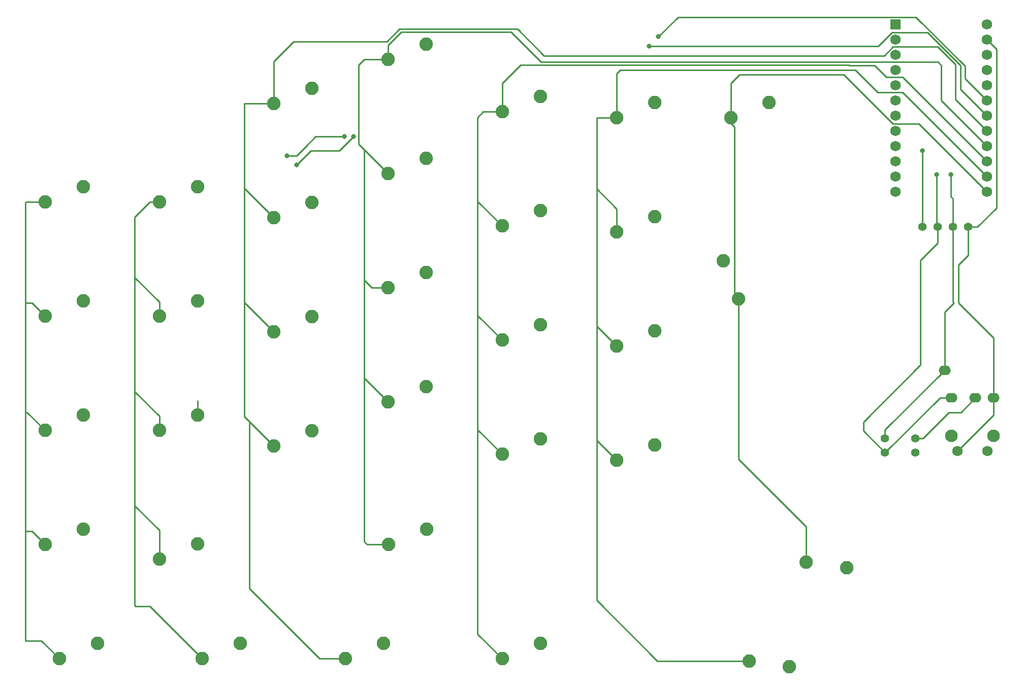
<source format=gtl>
G04 #@! TF.GenerationSoftware,KiCad,Pcbnew,5.1.10*
G04 #@! TF.CreationDate,2021-07-11T16:17:35-04:00*
G04 #@! TF.ProjectId,v02_left,7630325f-6c65-4667-942e-6b696361645f,rev?*
G04 #@! TF.SameCoordinates,Original*
G04 #@! TF.FileFunction,Copper,L1,Top*
G04 #@! TF.FilePolarity,Positive*
%FSLAX46Y46*%
G04 Gerber Fmt 4.6, Leading zero omitted, Abs format (unit mm)*
G04 Created by KiCad (PCBNEW 5.1.10) date 2021-07-11 16:17:35*
%MOMM*%
%LPD*%
G01*
G04 APERTURE LIST*
G04 #@! TA.AperFunction,ComponentPad*
%ADD10C,2.100000*%
G04 #@! TD*
G04 #@! TA.AperFunction,ComponentPad*
%ADD11C,1.750000*%
G04 #@! TD*
G04 #@! TA.AperFunction,ComponentPad*
%ADD12O,2.000000X1.600000*%
G04 #@! TD*
G04 #@! TA.AperFunction,ComponentPad*
%ADD13C,2.250000*%
G04 #@! TD*
G04 #@! TA.AperFunction,ComponentPad*
%ADD14C,1.397000*%
G04 #@! TD*
G04 #@! TA.AperFunction,ComponentPad*
%ADD15R,1.752600X1.752600*%
G04 #@! TD*
G04 #@! TA.AperFunction,ComponentPad*
%ADD16C,1.752600*%
G04 #@! TD*
G04 #@! TA.AperFunction,ViaPad*
%ADD17C,0.800000*%
G04 #@! TD*
G04 #@! TA.AperFunction,Conductor*
%ADD18C,0.250000*%
G04 #@! TD*
G04 APERTURE END LIST*
D10*
X2690000Y-76980000D03*
D11*
X1690000Y-79470000D03*
X-3310000Y-79470000D03*
D10*
X-4320000Y-76980000D03*
D12*
X-345000Y-70582500D03*
X2655000Y-70582500D03*
X-4345000Y-70582500D03*
X-5445000Y-65982500D03*
D13*
X-122872500Y-111601250D03*
X-129222500Y-114141250D03*
X-110966250Y-18923000D03*
X-117316250Y-21463000D03*
X-42386250Y-47688500D03*
X-39846250Y-54038500D03*
X-53816250Y-40386000D03*
X-60166250Y-42926000D03*
X-110966250Y-37973000D03*
X-117316250Y-40513000D03*
X-53816250Y-21336000D03*
X-60166250Y-23876000D03*
D14*
X-15413750Y-77370000D03*
X-10333750Y-77370000D03*
X-10333750Y-79751250D03*
X-15413750Y-79751250D03*
X-1606250Y-42088750D03*
X-4146250Y-42088750D03*
X-6686250Y-42088750D03*
X-9226250Y-42088750D03*
D15*
X-13671250Y-8275000D03*
D16*
X-13671250Y-10815000D03*
X-13671250Y-13355000D03*
X-13671250Y-15895000D03*
X-13671250Y-18435000D03*
X-13671250Y-20975000D03*
X-13671250Y-23515000D03*
X-13671250Y-26055000D03*
X-13671250Y-28595000D03*
X-13671250Y-31135000D03*
X-13671250Y-33675000D03*
X1568750Y-36215000D03*
X1568750Y-33675000D03*
X1568750Y-31135000D03*
X1568750Y-28595000D03*
X1568750Y-26055000D03*
X1568750Y-23515000D03*
X1568750Y-20975000D03*
X1568750Y-18435000D03*
X1568750Y-15895000D03*
X1568750Y-13355000D03*
X1568750Y-10815000D03*
X-13671250Y-36215000D03*
X1568750Y-8275000D03*
D13*
X-31328295Y-115488591D03*
X-38097557Y-114513295D03*
X-72866250Y-111601250D03*
X-79216250Y-114141250D03*
X-91852750Y-92551250D03*
X-98202750Y-95091250D03*
X-99060000Y-111601250D03*
X-105410000Y-114141250D03*
X-146685000Y-111601250D03*
X-153035000Y-114141250D03*
X-21803295Y-98978591D03*
X-28572557Y-98003295D03*
X-53816250Y-78486000D03*
X-60166250Y-81026000D03*
X-72866250Y-77470000D03*
X-79216250Y-80010000D03*
X-91916250Y-68707000D03*
X-98266250Y-71247000D03*
X-110966250Y-76073000D03*
X-117316250Y-78613000D03*
X-130016250Y-94932500D03*
X-136366250Y-97472500D03*
X-149066250Y-92551250D03*
X-155416250Y-95091250D03*
X-53816250Y-59436000D03*
X-60166250Y-61976000D03*
X-72866250Y-58420000D03*
X-79216250Y-60960000D03*
X-91916250Y-49657000D03*
X-98266250Y-52197000D03*
X-110966250Y-57023000D03*
X-117316250Y-59563000D03*
X-130016250Y-73501250D03*
X-136366250Y-76041250D03*
X-149066250Y-73501250D03*
X-155416250Y-76041250D03*
X-72866250Y-39370000D03*
X-79216250Y-41910000D03*
X-91916250Y-30607000D03*
X-98266250Y-33147000D03*
X-130016250Y-54451250D03*
X-136366250Y-56991250D03*
X-149066250Y-54451250D03*
X-155416250Y-56991250D03*
X-34766250Y-21336000D03*
X-41116250Y-23876000D03*
X-72866250Y-20320000D03*
X-79216250Y-22860000D03*
X-91916250Y-11557000D03*
X-98266250Y-14097000D03*
X-130016250Y-35401250D03*
X-136366250Y-37941250D03*
X-149066250Y-35401250D03*
X-155416250Y-37941250D03*
D17*
X-115093750Y-30162500D03*
X-105568750Y-26987500D03*
X-53181250Y-10318750D03*
X-113506250Y-31750000D03*
X-103981250Y-26987500D03*
X-54768750Y-11906250D03*
X-4463750Y-33357500D03*
X-9226250Y-29388750D03*
X-6845000Y-33357500D03*
D18*
X-130016250Y-71120000D02*
X-130016250Y-72390000D01*
X-155416250Y-37941250D02*
X-158591250Y-37941250D01*
X-158591250Y-37941250D02*
X-158750000Y-38100000D01*
X-156051250Y-111125000D02*
X-153035000Y-114141250D01*
X-158750000Y-111125000D02*
X-156051250Y-111125000D01*
X-157638750Y-92868750D02*
X-158750000Y-92868750D01*
X-155416250Y-95091250D02*
X-157638750Y-92868750D01*
X-158750000Y-92868750D02*
X-158750000Y-111125000D01*
X-158432500Y-73025000D02*
X-158750000Y-73025000D01*
X-155416250Y-76041250D02*
X-158432500Y-73025000D01*
X-158750000Y-73025000D02*
X-158750000Y-92868750D01*
X-155416250Y-56991250D02*
X-157638750Y-54768750D01*
X-157638750Y-54768750D02*
X-158750000Y-54768750D01*
X-158750000Y-54768750D02*
X-158750000Y-73025000D01*
X-158750000Y-38100000D02*
X-158750000Y-54768750D01*
X-115093750Y-30162500D02*
X-113506250Y-30162500D01*
X-113506250Y-30162500D02*
X-111918750Y-28575000D01*
X-111918750Y-28575000D02*
X-110331250Y-26987500D01*
X-110331250Y-26987500D02*
X-105568750Y-26987500D01*
X-105568750Y-26987500D02*
X-105568750Y-26987500D01*
X-10267391Y-7073699D02*
X-2082500Y-15258590D01*
X-53181250Y-10318750D02*
X-49916199Y-7053699D01*
X-2082500Y-17323750D02*
X1568750Y-20975000D01*
X-2082500Y-15258590D02*
X-2082500Y-17323750D01*
X-40571301Y-7053699D02*
X-40551301Y-7073699D01*
X-49916199Y-7053699D02*
X-40571301Y-7053699D01*
X-40551301Y-7073699D02*
X-10267391Y-7073699D01*
X-40886199Y-7073699D02*
X-40551301Y-7073699D01*
X-140493750Y-50482500D02*
X-136366250Y-54610000D01*
X-140493750Y-69532500D02*
X-136366250Y-73660000D01*
X-140493750Y-50006250D02*
X-140493750Y-50482500D01*
X-140493750Y-88582500D02*
X-136366250Y-92710000D01*
X-140493750Y-50006250D02*
X-140493750Y-69056250D01*
X-140493750Y-69056250D02*
X-140493750Y-69532500D01*
X-140493750Y-69056250D02*
X-140493750Y-88106250D01*
X-140493750Y-88106250D02*
X-140493750Y-88582500D01*
X-103981250Y-26987500D02*
X-103981250Y-26987500D01*
X-14247875Y-9613699D02*
X-8363801Y-9613699D01*
X-16560426Y-11926250D02*
X-14247875Y-9613699D01*
X-45738750Y-11926250D02*
X-16560426Y-11926250D01*
X-8363801Y-9613699D02*
X-2876250Y-15101250D01*
X-2876250Y-19070000D02*
X1568750Y-23515000D01*
X-2876250Y-15101250D02*
X-2876250Y-19070000D01*
X-140493750Y-40477760D02*
X-140493750Y-50006250D01*
X-137957240Y-37941250D02*
X-140493750Y-40477760D01*
X-136366250Y-37941250D02*
X-137957240Y-37941250D01*
X-136366250Y-92710000D02*
X-136366250Y-97472500D01*
X-140493750Y-105251250D02*
X-140335000Y-105410000D01*
X-140493750Y-88106250D02*
X-140493750Y-105251250D01*
X-137953750Y-105410000D02*
X-129222500Y-114141250D01*
X-140335000Y-105410000D02*
X-137953750Y-105410000D01*
X-136366250Y-73660000D02*
X-136366250Y-76041250D01*
X-136366250Y-54610000D02*
X-136366250Y-56991250D01*
X-106362500Y-29368750D02*
X-103981250Y-26987500D01*
X-111125000Y-29368750D02*
X-106362500Y-29368750D01*
X-113506250Y-31750000D02*
X-111125000Y-29368750D01*
X-45758750Y-11906250D02*
X-45738750Y-11926250D01*
X-54768750Y-11906250D02*
X-45758750Y-11906250D01*
X-117316250Y-21463000D02*
X-122205750Y-21463000D01*
X-122205750Y-35623500D02*
X-117316250Y-40513000D01*
X-122205750Y-21463000D02*
X-122205750Y-35623500D01*
X-122205750Y-54673500D02*
X-117316250Y-59563000D01*
X-122205750Y-35623500D02*
X-122205750Y-54673500D01*
X-122205750Y-54673500D02*
X-122205750Y-73723500D01*
X-122205750Y-73723500D02*
X-121380250Y-74549000D01*
X-121380250Y-74549000D02*
X-117316250Y-78613000D01*
X-109696250Y-114141250D02*
X-105410000Y-114141250D01*
X-121380250Y-102457250D02*
X-109696250Y-114141250D01*
X-121380250Y-74549000D02*
X-121380250Y-102457250D01*
X-117316250Y-21463000D02*
X-117316250Y-14446250D01*
X-96387491Y-9074991D02*
X-76650009Y-9074991D01*
X-117316250Y-14446250D02*
X-113982500Y-11112500D01*
X-64273750Y-13513750D02*
X-15576250Y-13513750D01*
X-98425000Y-11112500D02*
X-96387491Y-9074991D01*
X-3670000Y-20816250D02*
X1568750Y-26055000D01*
X-113982500Y-11112500D02*
X-98425000Y-11112500D01*
X-76650009Y-9074991D02*
X-72231250Y-13493750D01*
X-72231250Y-13493750D02*
X-64293750Y-13493750D01*
X-64293750Y-13493750D02*
X-64273750Y-13513750D01*
X-15576250Y-13513750D02*
X-14078801Y-12016301D01*
X-14078801Y-12016301D02*
X-6616141Y-12016301D01*
X-6616141Y-12016301D02*
X-3670000Y-14962442D01*
X-3670000Y-14962442D02*
X-3670000Y-20816250D01*
X-98266250Y-14097000D02*
X-102203250Y-14097000D01*
X-102203250Y-14097000D02*
X-103187500Y-15081250D01*
X-103187500Y-15081250D02*
X-103187500Y-28225750D01*
X-100996750Y-52197000D02*
X-98266250Y-52197000D01*
X-102219125Y-50974625D02*
X-100996750Y-52197000D01*
X-103187500Y-28225750D02*
X-102219125Y-29194125D01*
X-102219125Y-29194125D02*
X-98266250Y-33147000D01*
X-102219125Y-67294125D02*
X-98266250Y-71247000D01*
X-102219125Y-50180875D02*
X-102219125Y-67294125D01*
X-102219125Y-29194125D02*
X-102219125Y-50180875D01*
X-102219125Y-50180875D02*
X-102219125Y-50974625D01*
X-101758750Y-95091250D02*
X-98202750Y-95091250D01*
X-102219125Y-94630875D02*
X-101758750Y-95091250D01*
X-102219125Y-67294125D02*
X-102219125Y-94630875D01*
X-6051250Y-20975000D02*
X-4712551Y-22313699D01*
X-4712551Y-22313699D02*
X1568750Y-28595000D01*
X-6051250Y-15101250D02*
X-6051250Y-20975000D01*
X-6596199Y-14556301D02*
X-6051250Y-15101250D01*
X-71962449Y-14556301D02*
X-6596199Y-14556301D01*
X-71982449Y-14536301D02*
X-71962449Y-14556301D01*
X-72776199Y-14536301D02*
X-71982449Y-14536301D01*
X-77787500Y-9525000D02*
X-72776199Y-14536301D01*
X-96043750Y-9525000D02*
X-77787500Y-9525000D01*
X-98266250Y-11747500D02*
X-96043750Y-9525000D01*
X-98266250Y-14097000D02*
X-98266250Y-11747500D01*
X-79216250Y-22860000D02*
X-82391250Y-22860000D01*
X-82391250Y-22860000D02*
X-83343750Y-23812500D01*
X-83343750Y-37782500D02*
X-79216250Y-41910000D01*
X-83343750Y-56832500D02*
X-79216250Y-60960000D01*
X-83343750Y-23812500D02*
X-83343750Y-37306250D01*
X-83343750Y-37306250D02*
X-83343750Y-37782500D01*
X-83343750Y-75882500D02*
X-79216250Y-80010000D01*
X-83343750Y-37306250D02*
X-83343750Y-56356250D01*
X-83343750Y-56356250D02*
X-83343750Y-56832500D01*
X-83343750Y-110013750D02*
X-79216250Y-114141250D01*
X-83343750Y-73025000D02*
X-83343750Y-110013750D01*
X-83343750Y-56356250D02*
X-83343750Y-75406250D01*
X-83343750Y-75406250D02*
X-83343750Y-75882500D01*
X-12469949Y-17096301D02*
X1568750Y-31135000D01*
X-15168699Y-17096301D02*
X-12469949Y-17096301D01*
X-21411250Y-15101250D02*
X-17163750Y-15101250D01*
X-21431250Y-15081250D02*
X-21411250Y-15101250D01*
X-76200000Y-15081250D02*
X-21431250Y-15081250D01*
X-17163750Y-15101250D02*
X-15168699Y-17096301D01*
X-79216250Y-18097500D02*
X-76200000Y-15081250D01*
X-79216250Y-22860000D02*
X-79216250Y-18097500D01*
X-60166250Y-23876000D02*
X-63436500Y-23876000D01*
X-63436500Y-23876000D02*
X-63500000Y-23939500D01*
X-63404750Y-77787500D02*
X-60166250Y-81026000D01*
X-63500000Y-77787500D02*
X-63404750Y-77787500D01*
X-63404750Y-58737500D02*
X-63500000Y-58737500D01*
X-60166250Y-61976000D02*
X-63404750Y-58737500D01*
X-60166250Y-39052500D02*
X-63500000Y-35718750D01*
X-60166250Y-42926000D02*
X-60166250Y-39052500D01*
X-63500000Y-35718750D02*
X-63500000Y-58737500D01*
X-63500000Y-23939500D02*
X-63500000Y-35718750D01*
X-38097557Y-114513295D02*
X-53394545Y-114513295D01*
X-63500000Y-104407840D02*
X-63500000Y-72231250D01*
X-63500000Y-72231250D02*
X-63500000Y-77787500D01*
X-53394545Y-114513295D02*
X-63500000Y-104407840D01*
X-63500000Y-58737500D02*
X-63500000Y-72231250D01*
X-12469949Y-19636301D02*
X1568750Y-33675000D01*
X-20358750Y-15875000D02*
X-16597449Y-19636301D01*
X-59531250Y-15875000D02*
X-20358750Y-15875000D01*
X-16597449Y-19636301D02*
X-12469949Y-19636301D01*
X-60166250Y-16510000D02*
X-59531250Y-15875000D01*
X-60166250Y-23876000D02*
X-60166250Y-16510000D01*
X-40481250Y-25400000D02*
X-40481250Y-53403500D01*
X-40481250Y-53403500D02*
X-39846250Y-54038500D01*
X-41116250Y-24765000D02*
X-40481250Y-25400000D01*
X-41116250Y-23876000D02*
X-41116250Y-24765000D01*
X-39846250Y-54038500D02*
X-39846250Y-80803750D01*
X-28572557Y-92077443D02*
X-28572557Y-98003295D01*
X-39846250Y-80803750D02*
X-28572557Y-92077443D01*
X-9792551Y-24853699D02*
X1568750Y-36215000D01*
X-14110477Y-24853699D02*
X-9792551Y-24853699D01*
X-22295426Y-16668750D02*
X-14110477Y-24853699D01*
X-39687500Y-16668750D02*
X-22295426Y-16668750D01*
X-41116250Y-18097500D02*
X-39687500Y-16668750D01*
X-41116250Y-23876000D02*
X-41116250Y-18097500D01*
X-4463750Y-33357500D02*
X-4463750Y-33357500D01*
X-4146250Y-42088750D02*
X-4146250Y-37350380D01*
X-4463750Y-37032880D02*
X-4146250Y-37350380D01*
X-4463750Y-35738750D02*
X-4463750Y-37032880D01*
X-4463750Y-36032120D02*
X-4463750Y-35738750D01*
X-4463750Y-35738750D02*
X-4463750Y-33357500D01*
X-15413750Y-75951250D02*
X-5445000Y-65982500D01*
X-15413750Y-77370000D02*
X-15413750Y-75951250D01*
X-5445000Y-65982500D02*
X-5445000Y-56245000D01*
X-5445000Y-56245000D02*
X-3968750Y-54768750D01*
X-4146250Y-54591250D02*
X-4146250Y-42088750D01*
X-3968750Y-54768750D02*
X-4146250Y-54591250D01*
X-9226250Y-33357500D02*
X-9226250Y-33357500D01*
X-9226250Y-33357500D02*
X-9226250Y-29388750D01*
X-9226250Y-29388750D02*
X-9226250Y-29388750D01*
X-9226250Y-35738750D02*
X-9226250Y-42088750D01*
X-9226250Y-36032120D02*
X-9226250Y-35738750D01*
X-9226250Y-35738750D02*
X-9226250Y-33357500D01*
X-10333750Y-77370000D02*
X-9107500Y-77370000D01*
X-9107500Y-77370000D02*
X-4762500Y-73025000D01*
X-2787500Y-73025000D02*
X-345000Y-70582500D01*
X-4762500Y-73025000D02*
X-2787500Y-73025000D01*
X-6845000Y-33357500D02*
X-6845000Y-33357500D01*
X-6845000Y-41930000D02*
X-6686250Y-42088750D01*
X-6845000Y-33357500D02*
X-6845000Y-41930000D01*
X-6245000Y-70582500D02*
X-4345000Y-70582500D01*
X-15413750Y-79751250D02*
X-6245000Y-70582500D01*
X-6686250Y-44786250D02*
X-6686250Y-42088750D01*
X-9525000Y-47625000D02*
X-6686250Y-44786250D01*
X-19050000Y-74612500D02*
X-9525000Y-65087500D01*
X-9525000Y-65087500D02*
X-9525000Y-47625000D01*
X-19050000Y-76115000D02*
X-19050000Y-74612500D01*
X-15413750Y-79751250D02*
X-19050000Y-76115000D01*
X2655000Y-73505000D02*
X2655000Y-70582500D01*
X-3310000Y-79470000D02*
X2655000Y-73505000D01*
X-1606250Y-46812500D02*
X-1606250Y-42088750D01*
X-1587500Y-46831250D02*
X-1606250Y-46812500D01*
X-3175000Y-48418750D02*
X-1587500Y-46831250D01*
X2655000Y-60598750D02*
X-3175000Y-54768750D01*
X-3175000Y-54768750D02*
X-3175000Y-48418750D01*
X2655000Y-70582500D02*
X2655000Y-60598750D01*
X-1606250Y-42088750D02*
X-20000Y-42088750D01*
X-20000Y-42088750D02*
X3175000Y-38893750D01*
X3175000Y-12421250D02*
X1568750Y-10815000D01*
X3175000Y-38893750D02*
X3175000Y-12421250D01*
M02*

</source>
